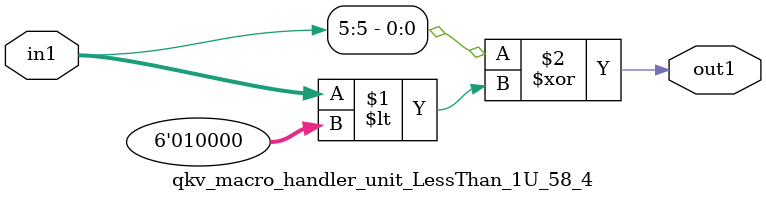
<source format=v>

`timescale 1ps / 1ps


module qkv_macro_handler_unit_LessThan_1U_58_4( in1, out1 );

    input [5:0] in1;
    output out1;

    
    // rtl_process:qkv_macro_handler_unit_LessThan_1U_58_4/qkv_macro_handler_unit_LessThan_1U_58_4_thread_1
    assign out1 = (in1[5] ^ in1 < 6'd16);

endmodule


</source>
